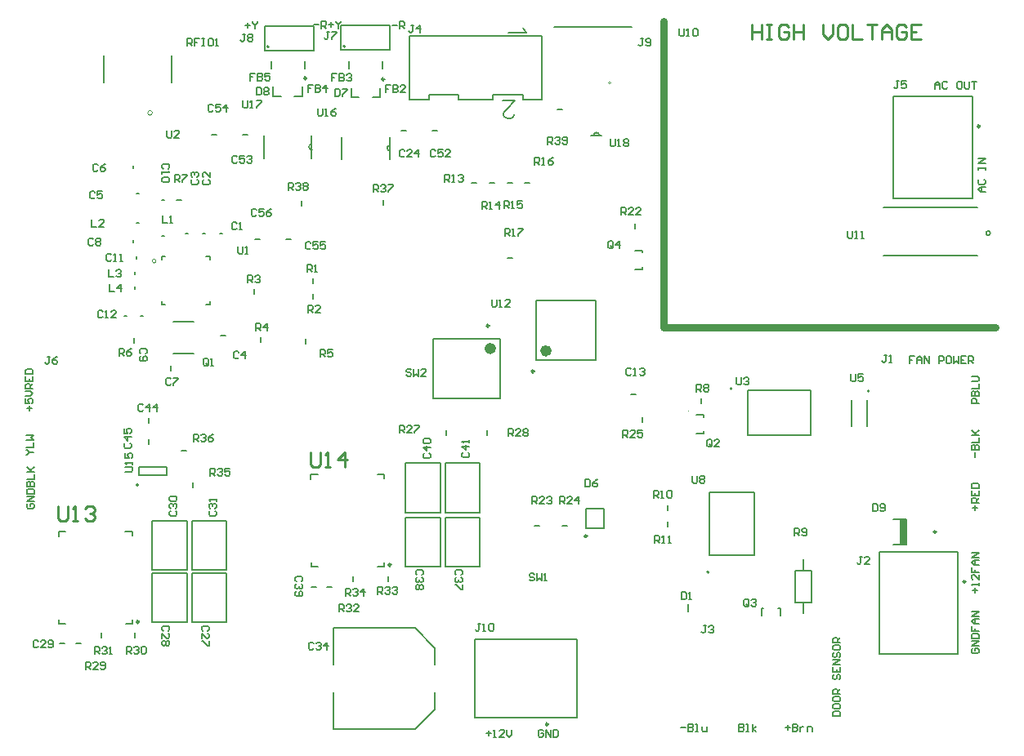
<source format=gto>
G04*
G04 #@! TF.GenerationSoftware,Altium Limited,Altium Designer,18.1.4 (159)*
G04*
G04 Layer_Color=65535*
%FSLAX24Y24*%
%MOIN*%
G70*
G01*
G75*
%ADD10C,0.0098*%
%ADD11C,0.0236*%
%ADD12C,0.0000*%
%ADD13C,0.0060*%
%ADD14C,0.0039*%
%ADD15C,0.0079*%
%ADD16C,0.0050*%
%ADD17C,0.0080*%
%ADD18C,0.0300*%
%ADD19C,0.0100*%
%ADD20C,0.0078*%
%ADD21R,0.0306X0.1024*%
D10*
X31170Y25512D02*
G03*
X31170Y25512I-49J0D01*
G01*
X48769Y16924D02*
G03*
X48769Y16924I-49J0D01*
G01*
X21883Y37476D02*
G03*
X21883Y37476I-49J0D01*
G01*
X29332Y27368D02*
G03*
X29332Y27368I-49J0D01*
G01*
X33325Y18782D02*
G03*
X33325Y18782I-49J0D01*
G01*
X25332Y17613D02*
G03*
X25332Y17613I-49J0D01*
G01*
X47567Y18960D02*
G03*
X47567Y18960I-49J0D01*
G01*
X25063Y37436D02*
G03*
X25063Y37436I-49J0D01*
G01*
X31743Y11101D02*
G03*
X31743Y11101I-49J0D01*
G01*
X49349Y35514D02*
G03*
X49349Y35514I-49J0D01*
G01*
X15051Y15278D02*
G03*
X15051Y15278I-49J0D01*
G01*
D11*
X31770Y26349D02*
G03*
X31770Y26349I-118J0D01*
G01*
X29501Y26442D02*
G03*
X29501Y26442I-118J0D01*
G01*
D12*
X15751Y30015D02*
G03*
X15751Y30015I-79J0D01*
G01*
X15598Y36060D02*
G03*
X15598Y36060I-92J0D01*
G01*
X34304Y37277D02*
G03*
X34304Y37277I-50J0D01*
G01*
D13*
X33830Y35139D02*
G03*
X33590Y35139I-120J0D01*
G01*
X22102Y34796D02*
G03*
X22110Y34556I4J-120D01*
G01*
X25292Y34746D02*
G03*
X25300Y34506I4J-120D01*
G01*
X33830Y35139D02*
X33920D01*
X33590D02*
X33830D01*
X33500D02*
X33590D01*
X22101Y34796D02*
Y35136D01*
Y34216D02*
Y34796D01*
X20141Y34216D02*
Y35136D01*
X25291Y34746D02*
Y35086D01*
Y34166D02*
Y34746D01*
X23331Y34166D02*
Y35086D01*
D14*
X37486Y23901D02*
G03*
X37486Y23901I-20J0D01*
G01*
X34976Y30611D02*
G03*
X34976Y30611I-20J0D01*
G01*
X40299Y15206D02*
G03*
X40299Y15206I-20J0D01*
G01*
D15*
X38295Y17312D02*
G03*
X38295Y17312I-39J0D01*
G01*
X49780Y31151D02*
G03*
X49780Y31151I-88J0D01*
G01*
X44834Y24706D02*
G03*
X44834Y24706I-39J0D01*
G01*
X39251Y24804D02*
G03*
X39251Y24804I-39J0D01*
G01*
X31258Y25955D02*
X33699D01*
X31258Y28396D02*
X33699D01*
X31258Y25955D02*
Y28396D01*
X33699Y25955D02*
Y28396D01*
X45236Y13972D02*
Y18145D01*
Y13972D02*
X48464D01*
X45236Y18145D02*
X48464D01*
Y13972D02*
Y18145D01*
X21715Y36728D02*
Y37122D01*
X21401Y36728D02*
X21715D01*
X20534D02*
Y37122D01*
Y36728D02*
X20849D01*
X27060Y26836D02*
X29777D01*
X27060Y24395D02*
X29777D01*
Y26836D01*
X27060Y24395D02*
Y26836D01*
X34004Y19116D02*
Y19904D01*
X33296Y19116D02*
Y19904D01*
X34004D01*
X33296Y19116D02*
X34004D01*
X25062Y17530D02*
Y17707D01*
X24786Y17530D02*
X25062D01*
X22070Y17534D02*
X22345D01*
X22070D02*
Y17711D01*
X22066Y21121D02*
Y21298D01*
X22342D01*
X25051Y21122D02*
Y21299D01*
X24775D02*
X25051D01*
X45831Y18448D02*
X46356D01*
Y19472D01*
X45831D02*
X46356D01*
X38086Y22956D02*
Y23055D01*
X37801Y22956D02*
X38086D01*
Y23645D02*
Y23744D01*
X37801D02*
X38086D01*
X27127Y11700D02*
Y12389D01*
X26320Y10893D02*
X27127Y11700D01*
X26320Y15027D02*
X27127Y14220D01*
Y13531D02*
Y14220D01*
X22993Y10893D02*
X26320D01*
X22993D02*
Y12389D01*
Y13531D02*
Y15027D01*
X26320D01*
X15049Y21257D02*
X16191D01*
Y21592D01*
X15049D02*
X16191D01*
X15049Y21257D02*
Y21592D01*
X45415Y30240D02*
X49245D01*
X45415Y32220D02*
X49245D01*
X44765Y23268D02*
Y24332D01*
X44135Y23268D02*
Y24332D01*
X24895Y36688D02*
Y37082D01*
X24581Y36688D02*
X24895D01*
X23714D02*
Y37082D01*
Y36688D02*
X24029D01*
X35576Y29666D02*
Y29765D01*
X35291Y29666D02*
X35576D01*
Y30355D02*
Y30454D01*
X35291D02*
X35576D01*
X41125Y15826D02*
X41224D01*
Y15541D02*
Y15826D01*
X40436D02*
X40535D01*
X40436Y15541D02*
Y15826D01*
X32915Y11357D02*
Y14586D01*
X28742Y11357D02*
X32915D01*
X28742D02*
Y14586D01*
X32915D01*
X45816Y36735D02*
X49044D01*
Y32562D02*
Y36735D01*
X45816Y32562D02*
X49044D01*
X45816D02*
Y36735D01*
X14782Y15196D02*
Y15373D01*
X14506Y15196D02*
X14782D01*
X11789Y15200D02*
X12065D01*
X11789D02*
Y15377D01*
X11785Y18786D02*
Y18963D01*
X12061D01*
X14770Y18788D02*
Y18965D01*
X14495D02*
X14770D01*
D16*
X15034Y20858D02*
G03*
X15034Y20858I-50J0D01*
G01*
X20344Y38762D02*
G03*
X20344Y38762I-39J0D01*
G01*
X23464Y38772D02*
G03*
X23464Y38772I-39J0D01*
G01*
X15969Y30066D02*
Y30204D01*
Y28235D02*
Y28373D01*
X17938Y30066D02*
Y30204D01*
Y28235D02*
Y28373D01*
X15969Y30204D02*
X16107D01*
X15969Y28235D02*
X16107D01*
X17800Y30204D02*
X17938D01*
X17800Y28235D02*
X17938D01*
X16388Y37309D02*
Y38411D01*
X13632Y37309D02*
Y38411D01*
X38334Y18000D02*
X40146D01*
Y20560D01*
X38334D02*
X40146D01*
X38334Y18000D02*
Y20560D01*
X42495Y16077D02*
Y17376D01*
X42160Y16077D02*
X42495D01*
X41825D02*
X42160D01*
X41825D02*
Y17376D01*
X42160D01*
X42495D01*
X42160D02*
Y17829D01*
Y15624D02*
Y16077D01*
X20171Y38616D02*
Y39616D01*
X22171D01*
Y38616D02*
Y39616D01*
X20171Y38616D02*
X22171D01*
X31500Y36600D02*
Y39200D01*
X26100D02*
X31500D01*
X26100Y36600D02*
Y39200D01*
Y36600D02*
X26870D01*
Y36800D01*
X28100D01*
Y36600D02*
Y36800D01*
Y36600D02*
X29500D01*
Y36800D01*
X30730D01*
Y36600D02*
Y36800D01*
Y36600D02*
X31500D01*
X32002Y39561D02*
X35167D01*
X20446Y37876D02*
Y38176D01*
X19783Y30890D02*
X19983D01*
X14901Y28874D02*
Y28974D01*
X18363Y31150D02*
X18463D01*
X17663D02*
X17763D01*
X16963D02*
X17063D01*
X18390Y26960D02*
X18590D01*
X14965Y32760D02*
X15065D01*
X14828Y33820D02*
Y33920D01*
X16350Y25530D02*
Y25730D01*
X14830Y30765D02*
Y30865D01*
X15128Y27785D02*
X15228D01*
X15983Y32515D02*
X16083D01*
X14940Y30110D02*
Y30210D01*
X14463Y27780D02*
X14563D01*
X35130Y24570D02*
X35330D01*
X18625Y15277D02*
Y17285D01*
X17208Y15277D02*
X18625D01*
X17208D02*
Y17285D01*
X18625D01*
X17009Y15277D02*
Y17285D01*
X15591Y15277D02*
X17009D01*
X15591D02*
Y17285D01*
X17009D01*
X11830Y14390D02*
X12030D01*
X15591Y17407D02*
Y19414D01*
X17009D01*
Y17407D02*
Y19414D01*
X15591Y17407D02*
X17009D01*
X17208D02*
Y19414D01*
X18625D01*
Y17407D02*
Y19414D01*
X17208Y17407D02*
X18625D01*
X28965Y17536D02*
Y19543D01*
X27548Y17536D02*
X28965D01*
X27548D02*
Y19543D01*
X28965D01*
X27349Y17536D02*
Y19543D01*
X25931Y17536D02*
X27349D01*
X25931D02*
Y19543D01*
X27349D01*
X22101Y16690D02*
X22301D01*
X25931Y19754D02*
Y21762D01*
X27349D01*
Y19754D02*
Y21762D01*
X25931Y19754D02*
X27349D01*
X27541D02*
Y21762D01*
X28959D01*
Y19754D02*
Y21762D01*
X27541Y19754D02*
X28959D01*
X15449Y23415D02*
Y23615D01*
X15445Y22550D02*
Y22750D01*
X37450Y15690D02*
Y15990D01*
X24981Y37876D02*
Y38176D01*
X23621Y37876D02*
Y38176D01*
X21806Y37876D02*
Y38176D01*
X23291Y38626D02*
Y39626D01*
X25291D01*
Y38626D02*
Y39626D01*
X23291Y38626D02*
X25291D01*
X15970Y31030D02*
X16070D01*
X14965Y31560D02*
X15065D01*
X14901Y29465D02*
Y29565D01*
X22141Y29111D02*
Y29311D01*
Y28471D02*
Y28671D01*
X19751Y28681D02*
Y28881D01*
X20031Y26691D02*
Y26891D01*
X21866Y26654D02*
Y26854D01*
X14844Y26685D02*
Y26885D01*
X16583Y32515D02*
X16783D01*
X38000Y24220D02*
Y24420D01*
X36620Y19840D02*
Y20040D01*
Y19170D02*
Y19370D01*
X28616Y33200D02*
X28816D01*
X29344D02*
X29544D01*
X30072D02*
X30272D01*
X30800D02*
X31000D01*
X30074Y30135D02*
X30274D01*
X35300Y31350D02*
Y31550D01*
X31190Y19190D02*
X31390D01*
X32330D02*
X32530D01*
X35577Y23430D02*
Y23630D01*
X27579Y22896D02*
Y23096D01*
X29254Y22896D02*
Y23096D01*
X12470Y14390D02*
X12670D01*
X14898Y14629D02*
Y14829D01*
X13535Y14629D02*
Y14829D01*
X22730Y16700D02*
X22930D01*
X25210Y16947D02*
Y17148D01*
X23780Y16947D02*
Y17148D01*
X17240Y20780D02*
Y20980D01*
X16780Y22260D02*
X16980D01*
X25020Y32290D02*
Y32490D01*
X21701Y32257D02*
Y32457D01*
X32121Y36210D02*
X32321D01*
X39900Y22914D02*
Y24726D01*
Y22914D02*
X42460D01*
Y24726D01*
X39900D02*
X42460D01*
X25740Y35350D02*
X25940D01*
X27020D02*
X27220D01*
X19300Y35160D02*
X19500D01*
X18020D02*
X18220D01*
X21063Y30890D02*
X21263D01*
D17*
X16457Y26250D02*
X17283D01*
X16457Y27550D02*
X17283D01*
X29440Y28440D02*
Y28190D01*
X29490Y28140D01*
X29590D01*
X29640Y28190D01*
Y28440D01*
X29740Y28140D02*
X29840D01*
X29790D01*
Y28440D01*
X29740Y28390D01*
X30190Y28140D02*
X29990D01*
X30190Y28340D01*
Y28390D01*
X30140Y28440D01*
X30040D01*
X29990Y28390D01*
X44540Y17940D02*
X44440D01*
X44490D01*
Y17690D01*
X44440Y17640D01*
X44390D01*
X44340Y17690D01*
X44840Y17640D02*
X44640D01*
X44840Y17840D01*
Y17890D01*
X44790Y17940D01*
X44690D01*
X44640Y17890D01*
X19090Y30620D02*
Y30370D01*
X19140Y30320D01*
X19240D01*
X19290Y30370D01*
Y30620D01*
X19390Y30320D02*
X19490D01*
X19440D01*
Y30620D01*
X19390Y30570D01*
X34270Y35000D02*
Y34750D01*
X34320Y34700D01*
X34420D01*
X34470Y34750D01*
Y35000D01*
X34570Y34700D02*
X34670D01*
X34620D01*
Y35000D01*
X34570Y34950D01*
X34820D02*
X34870Y35000D01*
X34970D01*
X35020Y34950D01*
Y34900D01*
X34970Y34850D01*
X35020Y34800D01*
Y34750D01*
X34970Y34700D01*
X34870D01*
X34820Y34750D01*
Y34800D01*
X34870Y34850D01*
X34820Y34900D01*
Y34950D01*
X34870Y34850D02*
X34970D01*
X19850Y37100D02*
Y36800D01*
X20000D01*
X20050Y36850D01*
Y37050D01*
X20000Y37100D01*
X19850D01*
X20150Y37050D02*
X20200Y37100D01*
X20300D01*
X20350Y37050D01*
Y37000D01*
X20300Y36950D01*
X20350Y36900D01*
Y36850D01*
X20300Y36800D01*
X20200D01*
X20150Y36850D01*
Y36900D01*
X20200Y36950D01*
X20150Y37000D01*
Y37050D01*
X20200Y36950D02*
X20300D01*
X26160Y25560D02*
X26110Y25610D01*
X26010D01*
X25960Y25560D01*
Y25510D01*
X26010Y25460D01*
X26110D01*
X26160Y25410D01*
Y25360D01*
X26110Y25310D01*
X26010D01*
X25960Y25360D01*
X26260Y25610D02*
Y25310D01*
X26360Y25410D01*
X26460Y25310D01*
Y25610D01*
X26760Y25310D02*
X26560D01*
X26760Y25510D01*
Y25560D01*
X26710Y25610D01*
X26610D01*
X26560Y25560D01*
X33260Y21100D02*
Y20800D01*
X33410D01*
X33460Y20850D01*
Y21050D01*
X33410Y21100D01*
X33260D01*
X33760D02*
X33660Y21050D01*
X33560Y20950D01*
Y20850D01*
X33610Y20800D01*
X33710D01*
X33760Y20850D01*
Y20900D01*
X33710Y20950D01*
X33560D01*
X17030Y38790D02*
Y39090D01*
X17180D01*
X17230Y39040D01*
Y38940D01*
X17180Y38890D01*
X17030D01*
X17130D02*
X17230Y38790D01*
X17530Y39090D02*
X17330D01*
Y38940D01*
X17430D01*
X17330D01*
Y38790D01*
X17630Y39090D02*
X17730D01*
X17680D01*
Y38790D01*
X17630D01*
X17730D01*
X18030Y39090D02*
X17930D01*
X17880Y39040D01*
Y38840D01*
X17930Y38790D01*
X18030D01*
X18080Y38840D01*
Y39040D01*
X18030Y39090D01*
X18180Y38790D02*
X18280D01*
X18230D01*
Y39090D01*
X18180Y39040D01*
X44970Y20100D02*
Y19800D01*
X45120D01*
X45170Y19850D01*
Y20050D01*
X45120Y20100D01*
X44970D01*
X45270Y19850D02*
X45320Y19800D01*
X45420D01*
X45470Y19850D01*
Y20050D01*
X45420Y20100D01*
X45320D01*
X45270Y20050D01*
Y20000D01*
X45320Y19950D01*
X45470D01*
X38430Y22480D02*
Y22680D01*
X38380Y22730D01*
X38280D01*
X38230Y22680D01*
Y22480D01*
X38280Y22430D01*
X38380D01*
X38330Y22530D02*
X38430Y22430D01*
X38380D02*
X38430Y22480D01*
X38730Y22430D02*
X38530D01*
X38730Y22630D01*
Y22680D01*
X38680Y22730D01*
X38580D01*
X38530Y22680D01*
X19290Y36560D02*
Y36310D01*
X19340Y36260D01*
X19440D01*
X19490Y36310D01*
Y36560D01*
X19590Y36260D02*
X19690D01*
X19640D01*
Y36560D01*
X19590Y36510D01*
X19840Y36560D02*
X20040D01*
Y36510D01*
X19840Y36310D01*
Y36260D01*
X37100Y39500D02*
Y39250D01*
X37150Y39200D01*
X37250D01*
X37300Y39250D01*
Y39500D01*
X37400Y39200D02*
X37500D01*
X37450D01*
Y39500D01*
X37400Y39450D01*
X37650D02*
X37700Y39500D01*
X37800D01*
X37850Y39450D01*
Y39250D01*
X37800Y39200D01*
X37700D01*
X37650Y39250D01*
Y39450D01*
X37620Y21240D02*
Y20990D01*
X37670Y20940D01*
X37770D01*
X37820Y20990D01*
Y21240D01*
X37920Y21190D02*
X37970Y21240D01*
X38070D01*
X38120Y21190D01*
Y21140D01*
X38070Y21090D01*
X38120Y21040D01*
Y20990D01*
X38070Y20940D01*
X37970D01*
X37920Y20990D01*
Y21040D01*
X37970Y21090D01*
X37920Y21140D01*
Y21190D01*
X37970Y21090D02*
X38070D01*
X22170Y14400D02*
X22120Y14450D01*
X22020D01*
X21970Y14400D01*
Y14200D01*
X22020Y14150D01*
X22120D01*
X22170Y14200D01*
X22270Y14400D02*
X22320Y14450D01*
X22420D01*
X22470Y14400D01*
Y14350D01*
X22420Y14300D01*
X22370D01*
X22420D01*
X22470Y14250D01*
Y14200D01*
X22420Y14150D01*
X22320D01*
X22270Y14200D01*
X22720Y14150D02*
Y14450D01*
X22570Y14300D01*
X22770D01*
X31170Y17210D02*
X31120Y17260D01*
X31020D01*
X30970Y17210D01*
Y17160D01*
X31020Y17110D01*
X31120D01*
X31170Y17060D01*
Y17010D01*
X31120Y16960D01*
X31020D01*
X30970Y17010D01*
X31270Y17260D02*
Y16960D01*
X31370Y17060D01*
X31470Y16960D01*
Y17260D01*
X31570Y16960D02*
X31670D01*
X31620D01*
Y17260D01*
X31570Y17210D01*
X16200Y35340D02*
Y35090D01*
X16250Y35040D01*
X16350D01*
X16400Y35090D01*
Y35340D01*
X16700Y35040D02*
X16500D01*
X16700Y35240D01*
Y35290D01*
X16650Y35340D01*
X16550D01*
X16500Y35290D01*
X14490Y21420D02*
X14740D01*
X14790Y21470D01*
Y21570D01*
X14740Y21620D01*
X14490D01*
X14790Y21720D02*
Y21820D01*
Y21770D01*
X14490D01*
X14540Y21720D01*
X14490Y22170D02*
Y21970D01*
X14640D01*
X14590Y22070D01*
Y22120D01*
X14640Y22170D01*
X14740D01*
X14790Y22120D01*
Y22020D01*
X14740Y21970D01*
X41800Y18790D02*
Y19090D01*
X41950D01*
X42000Y19040D01*
Y18940D01*
X41950Y18890D01*
X41800D01*
X41900D02*
X42000Y18790D01*
X42100Y18840D02*
X42150Y18790D01*
X42250D01*
X42300Y18840D01*
Y19040D01*
X42250Y19090D01*
X42150D01*
X42100Y19040D01*
Y18990D01*
X42150Y18940D01*
X42300D01*
X17880Y25790D02*
Y25990D01*
X17830Y26040D01*
X17730D01*
X17680Y25990D01*
Y25790D01*
X17730Y25740D01*
X17830D01*
X17780Y25840D02*
X17880Y25740D01*
X17830D02*
X17880Y25790D01*
X17980Y25740D02*
X18080D01*
X18030D01*
Y26040D01*
X17980Y25990D01*
X11430Y26110D02*
X11330D01*
X11380D01*
Y25860D01*
X11330Y25810D01*
X11280D01*
X11230Y25860D01*
X11730Y26110D02*
X11630Y26060D01*
X11530Y25960D01*
Y25860D01*
X11580Y25810D01*
X11680D01*
X11730Y25860D01*
Y25910D01*
X11680Y25960D01*
X11530D01*
X43960Y31250D02*
Y31000D01*
X44010Y30950D01*
X44110D01*
X44160Y31000D01*
Y31250D01*
X44260Y30950D02*
X44360D01*
X44310D01*
Y31250D01*
X44260Y31200D01*
X44510Y30950D02*
X44610D01*
X44560D01*
Y31250D01*
X44510Y31200D01*
X19390Y39280D02*
X19290D01*
X19340D01*
Y39030D01*
X19290Y38980D01*
X19240D01*
X19190Y39030D01*
X19490Y39230D02*
X19540Y39280D01*
X19640D01*
X19690Y39230D01*
Y39180D01*
X19640Y39130D01*
X19690Y39080D01*
Y39030D01*
X19640Y38980D01*
X19540D01*
X19490Y39030D01*
Y39080D01*
X19540Y39130D01*
X19490Y39180D01*
Y39230D01*
X19540Y39130D02*
X19640D01*
X44090Y25390D02*
Y25140D01*
X44140Y25090D01*
X44240D01*
X44290Y25140D01*
Y25390D01*
X44590D02*
X44390D01*
Y25240D01*
X44490Y25290D01*
X44540D01*
X44590Y25240D01*
Y25140D01*
X44540Y25090D01*
X44440D01*
X44390Y25140D01*
X26260Y39650D02*
X26160D01*
X26210D01*
Y39400D01*
X26160Y39350D01*
X26110D01*
X26060Y39400D01*
X26510Y39350D02*
Y39650D01*
X26360Y39500D01*
X26560D01*
X35620Y39100D02*
X35520D01*
X35570D01*
Y38850D01*
X35520Y38800D01*
X35470D01*
X35420Y38850D01*
X35720D02*
X35770Y38800D01*
X35870D01*
X35920Y38850D01*
Y39050D01*
X35870Y39100D01*
X35770D01*
X35720Y39050D01*
Y39000D01*
X35770Y38950D01*
X35920D01*
X19790Y37680D02*
X19590D01*
Y37530D01*
X19690D01*
X19590D01*
Y37380D01*
X19890Y37680D02*
Y37380D01*
X20040D01*
X20090Y37430D01*
Y37480D01*
X20040Y37530D01*
X19890D01*
X20040D01*
X20090Y37580D01*
Y37630D01*
X20040Y37680D01*
X19890D01*
X20390D02*
X20190D01*
Y37530D01*
X20290Y37580D01*
X20340D01*
X20390Y37530D01*
Y37430D01*
X20340Y37380D01*
X20240D01*
X20190Y37430D01*
X19843Y32090D02*
X19793Y32140D01*
X19693D01*
X19643Y32090D01*
Y31890D01*
X19693Y31840D01*
X19793D01*
X19843Y31890D01*
X20143Y32140D02*
X19943D01*
Y31990D01*
X20043Y32040D01*
X20093D01*
X20143Y31990D01*
Y31890D01*
X20093Y31840D01*
X19993D01*
X19943Y31890D01*
X20443Y32140D02*
X20343Y32090D01*
X20243Y31990D01*
Y31890D01*
X20293Y31840D01*
X20393D01*
X20443Y31890D01*
Y31940D01*
X20393Y31990D01*
X20243D01*
X13860Y29070D02*
Y28770D01*
X14060D01*
X14310D02*
Y29070D01*
X14160Y28920D01*
X14360D01*
X19040Y31540D02*
X18990Y31590D01*
X18890D01*
X18840Y31540D01*
Y31340D01*
X18890Y31290D01*
X18990D01*
X19040Y31340D01*
X19140Y31290D02*
X19240D01*
X19190D01*
Y31590D01*
X19140Y31540D01*
X17700Y33330D02*
X17650Y33280D01*
Y33180D01*
X17700Y33130D01*
X17900D01*
X17950Y33180D01*
Y33280D01*
X17900Y33330D01*
X17950Y33630D02*
Y33430D01*
X17750Y33630D01*
X17700D01*
X17650Y33580D01*
Y33480D01*
X17700Y33430D01*
X17230Y33340D02*
X17180Y33290D01*
Y33190D01*
X17230Y33140D01*
X17430D01*
X17480Y33190D01*
Y33290D01*
X17430Y33340D01*
X17230Y33440D02*
X17180Y33490D01*
Y33590D01*
X17230Y33640D01*
X17280D01*
X17330Y33590D01*
Y33540D01*
Y33590D01*
X17380Y33640D01*
X17430D01*
X17480Y33590D01*
Y33490D01*
X17430Y33440D01*
X19120Y26280D02*
X19070Y26330D01*
X18970D01*
X18920Y26280D01*
Y26080D01*
X18970Y26030D01*
X19070D01*
X19120Y26080D01*
X19370Y26030D02*
Y26330D01*
X19220Y26180D01*
X19420D01*
X13260Y32810D02*
X13210Y32860D01*
X13110D01*
X13060Y32810D01*
Y32610D01*
X13110Y32560D01*
X13210D01*
X13260Y32610D01*
X13560Y32860D02*
X13360D01*
Y32710D01*
X13460Y32760D01*
X13510D01*
X13560Y32710D01*
Y32610D01*
X13510Y32560D01*
X13410D01*
X13360Y32610D01*
X13373Y33930D02*
X13323Y33980D01*
X13223D01*
X13173Y33930D01*
Y33730D01*
X13223Y33680D01*
X13323D01*
X13373Y33730D01*
X13673Y33980D02*
X13573Y33930D01*
X13473Y33830D01*
Y33730D01*
X13523Y33680D01*
X13623D01*
X13673Y33730D01*
Y33780D01*
X13623Y33830D01*
X13473D01*
X16360Y25190D02*
X16310Y25240D01*
X16210D01*
X16160Y25190D01*
Y24990D01*
X16210Y24940D01*
X16310D01*
X16360Y24990D01*
X16460Y25240D02*
X16660D01*
Y25190D01*
X16460Y24990D01*
Y24940D01*
X13200Y30900D02*
X13150Y30950D01*
X13050D01*
X13000Y30900D01*
Y30700D01*
X13050Y30650D01*
X13150D01*
X13200Y30700D01*
X13300Y30900D02*
X13350Y30950D01*
X13450D01*
X13500Y30900D01*
Y30850D01*
X13450Y30800D01*
X13500Y30750D01*
Y30700D01*
X13450Y30650D01*
X13350D01*
X13300Y30700D01*
Y30750D01*
X13350Y30800D01*
X13300Y30850D01*
Y30900D01*
X13350Y30800D02*
X13450D01*
X15330Y26230D02*
X15380Y26280D01*
Y26380D01*
X15330Y26430D01*
X15130D01*
X15080Y26380D01*
Y26280D01*
X15130Y26230D01*
Y26130D02*
X15080Y26080D01*
Y25980D01*
X15130Y25930D01*
X15330D01*
X15380Y25980D01*
Y26080D01*
X15330Y26130D01*
X15280D01*
X15230Y26080D01*
Y25930D01*
X16250Y33780D02*
X16300Y33830D01*
Y33930D01*
X16250Y33980D01*
X16050D01*
X16000Y33930D01*
Y33830D01*
X16050Y33780D01*
X16000Y33680D02*
Y33580D01*
Y33630D01*
X16300D01*
X16250Y33680D01*
Y33430D02*
X16300Y33380D01*
Y33280D01*
X16250Y33230D01*
X16050D01*
X16000Y33280D01*
Y33380D01*
X16050Y33430D01*
X16250D01*
X13930Y30260D02*
X13880Y30310D01*
X13780D01*
X13730Y30260D01*
Y30060D01*
X13780Y30010D01*
X13880D01*
X13930Y30060D01*
X14030Y30010D02*
X14130D01*
X14080D01*
Y30310D01*
X14030Y30260D01*
X14280Y30010D02*
X14380D01*
X14330D01*
Y30310D01*
X14280Y30260D01*
X13570Y27940D02*
X13520Y27990D01*
X13420D01*
X13370Y27940D01*
Y27740D01*
X13420Y27690D01*
X13520D01*
X13570Y27740D01*
X13670Y27690D02*
X13770D01*
X13720D01*
Y27990D01*
X13670Y27940D01*
X14120Y27690D02*
X13920D01*
X14120Y27890D01*
Y27940D01*
X14070Y27990D01*
X13970D01*
X13920Y27940D01*
X35120Y25600D02*
X35070Y25650D01*
X34970D01*
X34920Y25600D01*
Y25400D01*
X34970Y25350D01*
X35070D01*
X35120Y25400D01*
X35220Y25350D02*
X35320D01*
X35270D01*
Y25650D01*
X35220Y25600D01*
X35470D02*
X35520Y25650D01*
X35620D01*
X35670Y25600D01*
Y25550D01*
X35620Y25500D01*
X35570D01*
X35620D01*
X35670Y25450D01*
Y25400D01*
X35620Y25350D01*
X35520D01*
X35470Y25400D01*
X17867Y14911D02*
X17917Y14961D01*
Y15061D01*
X17867Y15111D01*
X17667D01*
X17617Y15061D01*
Y14961D01*
X17667Y14911D01*
X17617Y14611D02*
Y14811D01*
X17817Y14611D01*
X17867D01*
X17917Y14661D01*
Y14761D01*
X17867Y14811D01*
X17917Y14511D02*
Y14311D01*
X17867D01*
X17667Y14511D01*
X17617D01*
X16250Y14911D02*
X16300Y14961D01*
Y15061D01*
X16250Y15111D01*
X16050D01*
X16000Y15061D01*
Y14961D01*
X16050Y14911D01*
X16000Y14611D02*
Y14811D01*
X16200Y14611D01*
X16250D01*
X16300Y14661D01*
Y14761D01*
X16250Y14811D01*
Y14511D02*
X16300Y14461D01*
Y14361D01*
X16250Y14311D01*
X16200D01*
X16150Y14361D01*
X16100Y14311D01*
X16050D01*
X16000Y14361D01*
Y14461D01*
X16050Y14511D01*
X16100D01*
X16150Y14461D01*
X16200Y14511D01*
X16250D01*
X16150Y14461D02*
Y14361D01*
X10940Y14480D02*
X10890Y14530D01*
X10790D01*
X10740Y14480D01*
Y14280D01*
X10790Y14230D01*
X10890D01*
X10940Y14280D01*
X11240Y14230D02*
X11040D01*
X11240Y14430D01*
Y14480D01*
X11190Y14530D01*
X11090D01*
X11040Y14480D01*
X11340Y14280D02*
X11390Y14230D01*
X11490D01*
X11540Y14280D01*
Y14480D01*
X11490Y14530D01*
X11390D01*
X11340Y14480D01*
Y14430D01*
X11390Y14380D01*
X11540D01*
X16350Y19810D02*
X16300Y19761D01*
Y19661D01*
X16350Y19611D01*
X16550D01*
X16600Y19661D01*
Y19761D01*
X16550Y19810D01*
X16350Y19910D02*
X16300Y19960D01*
Y20060D01*
X16350Y20110D01*
X16400D01*
X16450Y20060D01*
Y20010D01*
Y20060D01*
X16500Y20110D01*
X16550D01*
X16600Y20060D01*
Y19960D01*
X16550Y19910D01*
X16350Y20210D02*
X16300Y20260D01*
Y20360D01*
X16350Y20410D01*
X16550D01*
X16600Y20360D01*
Y20260D01*
X16550Y20210D01*
X16350D01*
X17967Y19810D02*
X17917Y19761D01*
Y19661D01*
X17967Y19611D01*
X18167D01*
X18217Y19661D01*
Y19761D01*
X18167Y19810D01*
X17967Y19910D02*
X17917Y19960D01*
Y20060D01*
X17967Y20110D01*
X18017D01*
X18067Y20060D01*
Y20010D01*
Y20060D01*
X18117Y20110D01*
X18167D01*
X18217Y20060D01*
Y19960D01*
X18167Y19910D01*
X18217Y20210D02*
Y20310D01*
Y20260D01*
X17917D01*
X17967Y20210D01*
X28190Y17190D02*
X28240Y17240D01*
Y17339D01*
X28190Y17389D01*
X27990D01*
X27940Y17339D01*
Y17240D01*
X27990Y17190D01*
X28190Y17090D02*
X28240Y17040D01*
Y16940D01*
X28190Y16890D01*
X28140D01*
X28090Y16940D01*
Y16990D01*
Y16940D01*
X28040Y16890D01*
X27990D01*
X27940Y16940D01*
Y17040D01*
X27990Y17090D01*
X28240Y16790D02*
Y16590D01*
X28190D01*
X27990Y16790D01*
X27940D01*
X26590Y17190D02*
X26640Y17240D01*
Y17339D01*
X26590Y17389D01*
X26390D01*
X26340Y17339D01*
Y17240D01*
X26390Y17190D01*
X26590Y17090D02*
X26640Y17040D01*
Y16940D01*
X26590Y16890D01*
X26540D01*
X26490Y16940D01*
Y16990D01*
Y16940D01*
X26440Y16890D01*
X26390D01*
X26340Y16940D01*
Y17040D01*
X26390Y17090D01*
X26590Y16790D02*
X26640Y16740D01*
Y16640D01*
X26590Y16590D01*
X26540D01*
X26490Y16640D01*
X26440Y16590D01*
X26390D01*
X26340Y16640D01*
Y16740D01*
X26390Y16790D01*
X26440D01*
X26490Y16740D01*
X26540Y16790D01*
X26590D01*
X26490Y16740D02*
Y16640D01*
X21670Y16930D02*
X21720Y16980D01*
Y17080D01*
X21670Y17130D01*
X21470D01*
X21420Y17080D01*
Y16980D01*
X21470Y16930D01*
X21670Y16830D02*
X21720Y16780D01*
Y16680D01*
X21670Y16630D01*
X21620D01*
X21570Y16680D01*
Y16730D01*
Y16680D01*
X21520Y16630D01*
X21470D01*
X21420Y16680D01*
Y16780D01*
X21470Y16830D01*
Y16530D02*
X21420Y16480D01*
Y16380D01*
X21470Y16330D01*
X21670D01*
X21720Y16380D01*
Y16480D01*
X21670Y16530D01*
X21620D01*
X21570Y16480D01*
Y16330D01*
X26690Y22158D02*
X26640Y22108D01*
Y22008D01*
X26690Y21958D01*
X26890D01*
X26940Y22008D01*
Y22108D01*
X26890Y22158D01*
X26940Y22408D02*
X26640D01*
X26790Y22258D01*
Y22458D01*
X26690Y22558D02*
X26640Y22608D01*
Y22708D01*
X26690Y22758D01*
X26890D01*
X26940Y22708D01*
Y22608D01*
X26890Y22558D01*
X26690D01*
X28283Y22189D02*
X28233Y22139D01*
Y22039D01*
X28283Y21989D01*
X28483D01*
X28533Y22039D01*
Y22139D01*
X28483Y22189D01*
X28533Y22439D02*
X28233D01*
X28383Y22289D01*
Y22489D01*
X28533Y22589D02*
Y22689D01*
Y22639D01*
X28233D01*
X28283Y22589D01*
X15220Y24130D02*
X15170Y24180D01*
X15070D01*
X15020Y24130D01*
Y23930D01*
X15070Y23880D01*
X15170D01*
X15220Y23930D01*
X15470Y23880D02*
Y24180D01*
X15320Y24030D01*
X15520D01*
X15770Y23880D02*
Y24180D01*
X15620Y24030D01*
X15820D01*
X14490Y22580D02*
X14440Y22530D01*
Y22430D01*
X14490Y22380D01*
X14690D01*
X14740Y22430D01*
Y22530D01*
X14690Y22580D01*
X14740Y22830D02*
X14440D01*
X14590Y22680D01*
Y22880D01*
X14440Y23180D02*
Y22980D01*
X14590D01*
X14540Y23080D01*
Y23130D01*
X14590Y23180D01*
X14690D01*
X14740Y23130D01*
Y23030D01*
X14690Y22980D01*
X37170Y16500D02*
Y16200D01*
X37320D01*
X37370Y16250D01*
Y16450D01*
X37320Y16500D01*
X37170D01*
X37470Y16200D02*
X37570D01*
X37520D01*
Y16500D01*
X37470Y16450D01*
X23050Y37050D02*
Y36750D01*
X23200D01*
X23250Y36800D01*
Y37000D01*
X23200Y37050D01*
X23050D01*
X23350D02*
X23550D01*
Y37000D01*
X23350Y36800D01*
Y36750D01*
X25310Y37200D02*
X25110D01*
Y37050D01*
X25210D01*
X25110D01*
Y36900D01*
X25410Y37200D02*
Y36900D01*
X25560D01*
X25610Y36950D01*
Y37000D01*
X25560Y37050D01*
X25410D01*
X25560D01*
X25610Y37100D01*
Y37150D01*
X25560Y37200D01*
X25410D01*
X25910Y36900D02*
X25710D01*
X25910Y37100D01*
Y37150D01*
X25860Y37200D01*
X25760D01*
X25710Y37150D01*
X23130Y37660D02*
X22930D01*
Y37510D01*
X23030D01*
X22930D01*
Y37360D01*
X23230Y37660D02*
Y37360D01*
X23380D01*
X23430Y37410D01*
Y37460D01*
X23380Y37510D01*
X23230D01*
X23380D01*
X23430Y37560D01*
Y37610D01*
X23380Y37660D01*
X23230D01*
X23530Y37610D02*
X23580Y37660D01*
X23680D01*
X23730Y37610D01*
Y37560D01*
X23680Y37510D01*
X23630D01*
X23680D01*
X23730Y37460D01*
Y37410D01*
X23680Y37360D01*
X23580D01*
X23530Y37410D01*
X22140Y37220D02*
X21940D01*
Y37070D01*
X22040D01*
X21940D01*
Y36920D01*
X22240Y37220D02*
Y36920D01*
X22390D01*
X22440Y36970D01*
Y37020D01*
X22390Y37070D01*
X22240D01*
X22390D01*
X22440Y37120D01*
Y37170D01*
X22390Y37220D01*
X22240D01*
X22690Y36920D02*
Y37220D01*
X22540Y37070D01*
X22740D01*
X45560Y26180D02*
X45460D01*
X45510D01*
Y25930D01*
X45460Y25880D01*
X45410D01*
X45360Y25930D01*
X45660Y25880D02*
X45760D01*
X45710D01*
Y26180D01*
X45660Y26130D01*
X38200Y15130D02*
X38100D01*
X38150D01*
Y14880D01*
X38100Y14830D01*
X38050D01*
X38000Y14880D01*
X38300Y15080D02*
X38350Y15130D01*
X38450D01*
X38500Y15080D01*
Y15030D01*
X38450Y14980D01*
X38400D01*
X38450D01*
X38500Y14930D01*
Y14880D01*
X38450Y14830D01*
X38350D01*
X38300Y14880D01*
X22810Y39380D02*
X22710D01*
X22760D01*
Y39130D01*
X22710Y39080D01*
X22660D01*
X22610Y39130D01*
X22910Y39380D02*
X23110D01*
Y39330D01*
X22910Y39130D01*
Y39080D01*
X16015Y31860D02*
Y31560D01*
X16215D01*
X16315D02*
X16415D01*
X16365D01*
Y31860D01*
X16315Y31810D01*
X13130Y31720D02*
Y31420D01*
X13330D01*
X13630D02*
X13430D01*
X13630Y31620D01*
Y31670D01*
X13580Y31720D01*
X13480D01*
X13430Y31670D01*
X13820Y29670D02*
Y29370D01*
X14020D01*
X14120Y29620D02*
X14170Y29670D01*
X14270D01*
X14320Y29620D01*
Y29570D01*
X14270Y29520D01*
X14220D01*
X14270D01*
X14320Y29470D01*
Y29420D01*
X14270Y29370D01*
X14170D01*
X14120Y29420D01*
X21910Y29560D02*
Y29860D01*
X22060D01*
X22110Y29810D01*
Y29710D01*
X22060Y29660D01*
X21910D01*
X22010D02*
X22110Y29560D01*
X22210D02*
X22310D01*
X22260D01*
Y29860D01*
X22210Y29810D01*
X21940Y27910D02*
Y28210D01*
X22090D01*
X22140Y28160D01*
Y28060D01*
X22090Y28010D01*
X21940D01*
X22040D02*
X22140Y27910D01*
X22440D02*
X22240D01*
X22440Y28110D01*
Y28160D01*
X22390Y28210D01*
X22290D01*
X22240Y28160D01*
X19500Y29130D02*
Y29430D01*
X19650D01*
X19700Y29380D01*
Y29280D01*
X19650Y29230D01*
X19500D01*
X19600D02*
X19700Y29130D01*
X19800Y29380D02*
X19850Y29430D01*
X19950D01*
X20000Y29380D01*
Y29330D01*
X19950Y29280D01*
X19900D01*
X19950D01*
X20000Y29230D01*
Y29180D01*
X19950Y29130D01*
X19850D01*
X19800Y29180D01*
X19830Y27160D02*
Y27460D01*
X19980D01*
X20030Y27410D01*
Y27310D01*
X19980Y27260D01*
X19830D01*
X19930D02*
X20030Y27160D01*
X20280D02*
Y27460D01*
X20130Y27310D01*
X20330D01*
X22450Y26100D02*
Y26400D01*
X22600D01*
X22650Y26350D01*
Y26250D01*
X22600Y26200D01*
X22450D01*
X22550D02*
X22650Y26100D01*
X22950Y26400D02*
X22750D01*
Y26250D01*
X22850Y26300D01*
X22900D01*
X22950Y26250D01*
Y26150D01*
X22900Y26100D01*
X22800D01*
X22750Y26150D01*
X14250Y26140D02*
Y26440D01*
X14400D01*
X14450Y26390D01*
Y26290D01*
X14400Y26240D01*
X14250D01*
X14350D02*
X14450Y26140D01*
X14750Y26440D02*
X14650Y26390D01*
X14550Y26290D01*
Y26190D01*
X14600Y26140D01*
X14700D01*
X14750Y26190D01*
Y26240D01*
X14700Y26290D01*
X14550D01*
X16510Y33240D02*
Y33540D01*
X16660D01*
X16710Y33490D01*
Y33390D01*
X16660Y33340D01*
X16510D01*
X16610D02*
X16710Y33240D01*
X16810Y33540D02*
X17010D01*
Y33490D01*
X16810Y33290D01*
Y33240D01*
X37790Y24680D02*
Y24980D01*
X37940D01*
X37990Y24930D01*
Y24830D01*
X37940Y24780D01*
X37790D01*
X37890D02*
X37990Y24680D01*
X38090Y24930D02*
X38140Y24980D01*
X38240D01*
X38290Y24930D01*
Y24880D01*
X38240Y24830D01*
X38290Y24780D01*
Y24730D01*
X38240Y24680D01*
X38140D01*
X38090Y24730D01*
Y24780D01*
X38140Y24830D01*
X38090Y24880D01*
Y24930D01*
X38140Y24830D02*
X38240D01*
X36050Y20340D02*
Y20640D01*
X36200D01*
X36250Y20590D01*
Y20490D01*
X36200Y20440D01*
X36050D01*
X36150D02*
X36250Y20340D01*
X36350D02*
X36450D01*
X36400D01*
Y20640D01*
X36350Y20590D01*
X36600D02*
X36650Y20640D01*
X36750D01*
X36800Y20590D01*
Y20390D01*
X36750Y20340D01*
X36650D01*
X36600Y20390D01*
Y20590D01*
X36100Y18500D02*
Y18800D01*
X36250D01*
X36300Y18750D01*
Y18650D01*
X36250Y18600D01*
X36100D01*
X36200D02*
X36300Y18500D01*
X36400D02*
X36500D01*
X36450D01*
Y18800D01*
X36400Y18750D01*
X36650Y18500D02*
X36750D01*
X36700D01*
Y18800D01*
X36650Y18750D01*
X27520Y33250D02*
Y33550D01*
X27670D01*
X27720Y33500D01*
Y33400D01*
X27670Y33350D01*
X27520D01*
X27620D02*
X27720Y33250D01*
X27820D02*
X27920D01*
X27870D01*
Y33550D01*
X27820Y33500D01*
X28070D02*
X28120Y33550D01*
X28220D01*
X28270Y33500D01*
Y33450D01*
X28220Y33400D01*
X28170D01*
X28220D01*
X28270Y33350D01*
Y33300D01*
X28220Y33250D01*
X28120D01*
X28070Y33300D01*
X29040Y32150D02*
Y32450D01*
X29190D01*
X29240Y32400D01*
Y32300D01*
X29190Y32250D01*
X29040D01*
X29140D02*
X29240Y32150D01*
X29340D02*
X29440D01*
X29390D01*
Y32450D01*
X29340Y32400D01*
X29740Y32150D02*
Y32450D01*
X29590Y32300D01*
X29790D01*
X29950Y32160D02*
Y32460D01*
X30100D01*
X30150Y32410D01*
Y32310D01*
X30100Y32260D01*
X29950D01*
X30050D02*
X30150Y32160D01*
X30250D02*
X30350D01*
X30300D01*
Y32460D01*
X30250Y32410D01*
X30700Y32460D02*
X30500D01*
Y32310D01*
X30600Y32360D01*
X30650D01*
X30700Y32310D01*
Y32210D01*
X30650Y32160D01*
X30550D01*
X30500Y32210D01*
X31190Y33940D02*
Y34240D01*
X31340D01*
X31390Y34190D01*
Y34090D01*
X31340Y34040D01*
X31190D01*
X31290D02*
X31390Y33940D01*
X31490D02*
X31590D01*
X31540D01*
Y34240D01*
X31490Y34190D01*
X31940Y34240D02*
X31840Y34190D01*
X31740Y34090D01*
Y33990D01*
X31790Y33940D01*
X31890D01*
X31940Y33990D01*
Y34040D01*
X31890Y34090D01*
X31740D01*
X29980Y31040D02*
Y31340D01*
X30130D01*
X30180Y31290D01*
Y31190D01*
X30130Y31140D01*
X29980D01*
X30080D02*
X30180Y31040D01*
X30280D02*
X30380D01*
X30330D01*
Y31340D01*
X30280Y31290D01*
X30530Y31340D02*
X30730D01*
Y31290D01*
X30530Y31090D01*
Y31040D01*
X34720Y31900D02*
Y32200D01*
X34870D01*
X34920Y32150D01*
Y32050D01*
X34870Y32000D01*
X34720D01*
X34820D02*
X34920Y31900D01*
X35220D02*
X35020D01*
X35220Y32100D01*
Y32150D01*
X35170Y32200D01*
X35070D01*
X35020Y32150D01*
X35520Y31900D02*
X35320D01*
X35520Y32100D01*
Y32150D01*
X35470Y32200D01*
X35370D01*
X35320Y32150D01*
X31090Y20100D02*
Y20400D01*
X31240D01*
X31290Y20350D01*
Y20250D01*
X31240Y20200D01*
X31090D01*
X31190D02*
X31290Y20100D01*
X31590D02*
X31390D01*
X31590Y20300D01*
Y20350D01*
X31540Y20400D01*
X31440D01*
X31390Y20350D01*
X31690D02*
X31740Y20400D01*
X31840D01*
X31890Y20350D01*
Y20300D01*
X31840Y20250D01*
X31790D01*
X31840D01*
X31890Y20200D01*
Y20150D01*
X31840Y20100D01*
X31740D01*
X31690Y20150D01*
X32230Y20100D02*
Y20400D01*
X32380D01*
X32430Y20350D01*
Y20250D01*
X32380Y20200D01*
X32230D01*
X32330D02*
X32430Y20100D01*
X32730D02*
X32530D01*
X32730Y20300D01*
Y20350D01*
X32680Y20400D01*
X32580D01*
X32530Y20350D01*
X32980Y20100D02*
Y20400D01*
X32830Y20250D01*
X33030D01*
X34790Y22820D02*
Y23120D01*
X34940D01*
X34990Y23070D01*
Y22970D01*
X34940Y22920D01*
X34790D01*
X34890D02*
X34990Y22820D01*
X35290D02*
X35090D01*
X35290Y23020D01*
Y23070D01*
X35240Y23120D01*
X35140D01*
X35090Y23070D01*
X35590Y23120D02*
X35390D01*
Y22970D01*
X35490Y23020D01*
X35540D01*
X35590Y22970D01*
Y22870D01*
X35540Y22820D01*
X35440D01*
X35390Y22870D01*
X25680Y22990D02*
Y23290D01*
X25830D01*
X25880Y23240D01*
Y23140D01*
X25830Y23090D01*
X25680D01*
X25780D02*
X25880Y22990D01*
X26180D02*
X25980D01*
X26180Y23190D01*
Y23240D01*
X26130Y23290D01*
X26030D01*
X25980Y23240D01*
X26280Y23290D02*
X26480D01*
Y23240D01*
X26280Y23040D01*
Y22990D01*
X30132Y22860D02*
Y23160D01*
X30282D01*
X30332Y23110D01*
Y23010D01*
X30282Y22960D01*
X30132D01*
X30232D02*
X30332Y22860D01*
X30632D02*
X30432D01*
X30632Y23060D01*
Y23110D01*
X30582Y23160D01*
X30482D01*
X30432Y23110D01*
X30732D02*
X30782Y23160D01*
X30882D01*
X30932Y23110D01*
Y23060D01*
X30882Y23010D01*
X30932Y22960D01*
Y22910D01*
X30882Y22860D01*
X30782D01*
X30732Y22910D01*
Y22960D01*
X30782Y23010D01*
X30732Y23060D01*
Y23110D01*
X30782Y23010D02*
X30882D01*
X12880Y13340D02*
Y13640D01*
X13030D01*
X13080Y13590D01*
Y13490D01*
X13030Y13440D01*
X12880D01*
X12980D02*
X13080Y13340D01*
X13380D02*
X13180D01*
X13380Y13540D01*
Y13590D01*
X13330Y13640D01*
X13230D01*
X13180Y13590D01*
X13480Y13390D02*
X13530Y13340D01*
X13630D01*
X13680Y13390D01*
Y13590D01*
X13630Y13640D01*
X13530D01*
X13480Y13590D01*
Y13540D01*
X13530Y13490D01*
X13680D01*
X14540Y13980D02*
Y14280D01*
X14690D01*
X14740Y14230D01*
Y14130D01*
X14690Y14080D01*
X14540D01*
X14640D02*
X14740Y13980D01*
X14840Y14230D02*
X14890Y14280D01*
X14990D01*
X15040Y14230D01*
Y14180D01*
X14990Y14130D01*
X14940D01*
X14990D01*
X15040Y14080D01*
Y14030D01*
X14990Y13980D01*
X14890D01*
X14840Y14030D01*
X15140Y14230D02*
X15190Y14280D01*
X15290D01*
X15340Y14230D01*
Y14030D01*
X15290Y13980D01*
X15190D01*
X15140Y14030D01*
Y14230D01*
X13250Y13960D02*
Y14260D01*
X13400D01*
X13450Y14210D01*
Y14110D01*
X13400Y14060D01*
X13250D01*
X13350D02*
X13450Y13960D01*
X13550Y14210D02*
X13600Y14260D01*
X13700D01*
X13750Y14210D01*
Y14160D01*
X13700Y14110D01*
X13650D01*
X13700D01*
X13750Y14060D01*
Y14010D01*
X13700Y13960D01*
X13600D01*
X13550Y14010D01*
X13850Y13960D02*
X13950D01*
X13900D01*
Y14260D01*
X13850Y14210D01*
X23210Y15700D02*
Y16000D01*
X23360D01*
X23410Y15950D01*
Y15850D01*
X23360Y15800D01*
X23210D01*
X23310D02*
X23410Y15700D01*
X23510Y15950D02*
X23560Y16000D01*
X23660D01*
X23710Y15950D01*
Y15900D01*
X23660Y15850D01*
X23610D01*
X23660D01*
X23710Y15800D01*
Y15750D01*
X23660Y15700D01*
X23560D01*
X23510Y15750D01*
X24010Y15700D02*
X23810D01*
X24010Y15900D01*
Y15950D01*
X23960Y16000D01*
X23860D01*
X23810Y15950D01*
X24790Y16410D02*
Y16710D01*
X24940D01*
X24990Y16660D01*
Y16560D01*
X24940Y16510D01*
X24790D01*
X24890D02*
X24990Y16410D01*
X25090Y16660D02*
X25140Y16710D01*
X25240D01*
X25290Y16660D01*
Y16610D01*
X25240Y16560D01*
X25190D01*
X25240D01*
X25290Y16510D01*
Y16460D01*
X25240Y16410D01*
X25140D01*
X25090Y16460D01*
X25390Y16660D02*
X25440Y16710D01*
X25540D01*
X25590Y16660D01*
Y16610D01*
X25540Y16560D01*
X25490D01*
X25540D01*
X25590Y16510D01*
Y16460D01*
X25540Y16410D01*
X25440D01*
X25390Y16460D01*
X23470Y16350D02*
Y16650D01*
X23620D01*
X23670Y16600D01*
Y16500D01*
X23620Y16450D01*
X23470D01*
X23570D02*
X23670Y16350D01*
X23770Y16600D02*
X23820Y16650D01*
X23920D01*
X23970Y16600D01*
Y16550D01*
X23920Y16500D01*
X23870D01*
X23920D01*
X23970Y16450D01*
Y16400D01*
X23920Y16350D01*
X23820D01*
X23770Y16400D01*
X24220Y16350D02*
Y16650D01*
X24070Y16500D01*
X24270D01*
X17960Y21240D02*
Y21540D01*
X18110D01*
X18160Y21490D01*
Y21390D01*
X18110Y21340D01*
X17960D01*
X18060D02*
X18160Y21240D01*
X18260Y21490D02*
X18310Y21540D01*
X18410D01*
X18460Y21490D01*
Y21440D01*
X18410Y21390D01*
X18360D01*
X18410D01*
X18460Y21340D01*
Y21290D01*
X18410Y21240D01*
X18310D01*
X18260Y21290D01*
X18760Y21540D02*
X18560D01*
Y21390D01*
X18660Y21440D01*
X18710D01*
X18760Y21390D01*
Y21290D01*
X18710Y21240D01*
X18610D01*
X18560Y21290D01*
X17280Y22654D02*
Y22954D01*
X17430D01*
X17480Y22904D01*
Y22804D01*
X17430Y22754D01*
X17280D01*
X17380D02*
X17480Y22654D01*
X17580Y22904D02*
X17630Y22954D01*
X17730D01*
X17780Y22904D01*
Y22854D01*
X17730Y22804D01*
X17680D01*
X17730D01*
X17780Y22754D01*
Y22704D01*
X17730Y22654D01*
X17630D01*
X17580Y22704D01*
X18080Y22954D02*
X17980Y22904D01*
X17880Y22804D01*
Y22704D01*
X17930Y22654D01*
X18030D01*
X18080Y22704D01*
Y22754D01*
X18030Y22804D01*
X17880D01*
X24610Y32830D02*
Y33130D01*
X24760D01*
X24810Y33080D01*
Y32980D01*
X24760Y32930D01*
X24610D01*
X24710D02*
X24810Y32830D01*
X24910Y33080D02*
X24960Y33130D01*
X25060D01*
X25110Y33080D01*
Y33030D01*
X25060Y32980D01*
X25010D01*
X25060D01*
X25110Y32930D01*
Y32880D01*
X25060Y32830D01*
X24960D01*
X24910Y32880D01*
X25210Y33130D02*
X25410D01*
Y33080D01*
X25210Y32880D01*
Y32830D01*
X21150Y32920D02*
Y33220D01*
X21300D01*
X21350Y33170D01*
Y33070D01*
X21300Y33020D01*
X21150D01*
X21250D02*
X21350Y32920D01*
X21450Y33170D02*
X21500Y33220D01*
X21600D01*
X21650Y33170D01*
Y33120D01*
X21600Y33070D01*
X21550D01*
X21600D01*
X21650Y33020D01*
Y32970D01*
X21600Y32920D01*
X21500D01*
X21450Y32970D01*
X21750Y33170D02*
X21800Y33220D01*
X21900D01*
X21950Y33170D01*
Y33120D01*
X21900Y33070D01*
X21950Y33020D01*
Y32970D01*
X21900Y32920D01*
X21800D01*
X21750Y32970D01*
Y33020D01*
X21800Y33070D01*
X21750Y33120D01*
Y33170D01*
X21800Y33070D02*
X21900D01*
X31724Y34780D02*
Y35080D01*
X31874D01*
X31924Y35030D01*
Y34930D01*
X31874Y34880D01*
X31724D01*
X31824D02*
X31924Y34780D01*
X32024Y35030D02*
X32074Y35080D01*
X32174D01*
X32224Y35030D01*
Y34980D01*
X32174Y34930D01*
X32124D01*
X32174D01*
X32224Y34880D01*
Y34830D01*
X32174Y34780D01*
X32074D01*
X32024Y34830D01*
X32324D02*
X32374Y34780D01*
X32474D01*
X32524Y34830D01*
Y35030D01*
X32474Y35080D01*
X32374D01*
X32324Y35030D01*
Y34980D01*
X32374Y34930D01*
X32524D01*
X22350Y36250D02*
Y36000D01*
X22400Y35950D01*
X22500D01*
X22550Y36000D01*
Y36250D01*
X22650Y35950D02*
X22750D01*
X22700D01*
Y36250D01*
X22650Y36200D01*
X23100Y36250D02*
X23000Y36200D01*
X22900Y36100D01*
Y36000D01*
X22950Y35950D01*
X23050D01*
X23100Y36000D01*
Y36050D01*
X23050Y36100D01*
X22900D01*
X34390Y30580D02*
Y30780D01*
X34340Y30830D01*
X34240D01*
X34190Y30780D01*
Y30580D01*
X34240Y30530D01*
X34340D01*
X34290Y30630D02*
X34390Y30530D01*
X34340D02*
X34390Y30580D01*
X34640Y30530D02*
Y30830D01*
X34490Y30680D01*
X34690D01*
X39920Y15960D02*
Y16160D01*
X39870Y16210D01*
X39770D01*
X39720Y16160D01*
Y15960D01*
X39770Y15910D01*
X39870D01*
X39820Y16010D02*
X39920Y15910D01*
X39870D02*
X39920Y15960D01*
X40020Y16160D02*
X40070Y16210D01*
X40170D01*
X40220Y16160D01*
Y16110D01*
X40170Y16060D01*
X40120D01*
X40170D01*
X40220Y16010D01*
Y15960D01*
X40170Y15910D01*
X40070D01*
X40020Y15960D01*
X39420Y25260D02*
Y25010D01*
X39470Y24960D01*
X39570D01*
X39620Y25010D01*
Y25260D01*
X39720Y25210D02*
X39770Y25260D01*
X39870D01*
X39920Y25210D01*
Y25160D01*
X39870Y25110D01*
X39820D01*
X39870D01*
X39920Y25060D01*
Y25010D01*
X39870Y24960D01*
X39770D01*
X39720Y25010D01*
X28970Y15211D02*
X28870D01*
X28920D01*
Y14961D01*
X28870Y14911D01*
X28820D01*
X28770Y14961D01*
X29070Y14911D02*
X29170D01*
X29120D01*
Y15211D01*
X29070Y15161D01*
X29320D02*
X29370Y15211D01*
X29470D01*
X29520Y15161D01*
Y14961D01*
X29470Y14911D01*
X29370D01*
X29320Y14961D01*
Y15161D01*
X46050Y37360D02*
X45950D01*
X46000D01*
Y37110D01*
X45950Y37060D01*
X45900D01*
X45850Y37110D01*
X46350Y37360D02*
X46150D01*
Y37210D01*
X46250Y37260D01*
X46300D01*
X46350Y37210D01*
Y37110D01*
X46300Y37060D01*
X46200D01*
X46150Y37110D01*
X25890Y34510D02*
X25840Y34560D01*
X25740D01*
X25690Y34510D01*
Y34310D01*
X25740Y34260D01*
X25840D01*
X25890Y34310D01*
X26190Y34260D02*
X25990D01*
X26190Y34460D01*
Y34510D01*
X26140Y34560D01*
X26040D01*
X25990Y34510D01*
X26440Y34260D02*
Y34560D01*
X26290Y34410D01*
X26490D01*
X27150Y34520D02*
X27100Y34570D01*
X27000D01*
X26950Y34520D01*
Y34320D01*
X27000Y34270D01*
X27100D01*
X27150Y34320D01*
X27450Y34570D02*
X27250D01*
Y34420D01*
X27350Y34470D01*
X27400D01*
X27450Y34420D01*
Y34320D01*
X27400Y34270D01*
X27300D01*
X27250Y34320D01*
X27750Y34270D02*
X27550D01*
X27750Y34470D01*
Y34520D01*
X27700Y34570D01*
X27600D01*
X27550Y34520D01*
X19060Y34270D02*
X19010Y34320D01*
X18910D01*
X18860Y34270D01*
Y34070D01*
X18910Y34020D01*
X19010D01*
X19060Y34070D01*
X19360Y34320D02*
X19160D01*
Y34170D01*
X19260Y34220D01*
X19310D01*
X19360Y34170D01*
Y34070D01*
X19310Y34020D01*
X19210D01*
X19160Y34070D01*
X19460Y34270D02*
X19510Y34320D01*
X19610D01*
X19660Y34270D01*
Y34220D01*
X19610Y34170D01*
X19560D01*
X19610D01*
X19660Y34120D01*
Y34070D01*
X19610Y34020D01*
X19510D01*
X19460Y34070D01*
X18080Y36360D02*
X18030Y36410D01*
X17930D01*
X17880Y36360D01*
Y36160D01*
X17930Y36110D01*
X18030D01*
X18080Y36160D01*
X18380Y36410D02*
X18180D01*
Y36260D01*
X18280Y36310D01*
X18330D01*
X18380Y36260D01*
Y36160D01*
X18330Y36110D01*
X18230D01*
X18180Y36160D01*
X18630Y36110D02*
Y36410D01*
X18480Y36260D01*
X18680D01*
X22060Y30740D02*
X22010Y30790D01*
X21910D01*
X21860Y30740D01*
Y30540D01*
X21910Y30490D01*
X22010D01*
X22060Y30540D01*
X22360Y30790D02*
X22160D01*
Y30640D01*
X22260Y30690D01*
X22310D01*
X22360Y30640D01*
Y30540D01*
X22310Y30490D01*
X22210D01*
X22160Y30540D01*
X22660Y30790D02*
X22460D01*
Y30640D01*
X22560Y30690D01*
X22610D01*
X22660Y30640D01*
Y30540D01*
X22610Y30490D01*
X22510D01*
X22460Y30540D01*
X10520Y20106D02*
X10470Y20056D01*
Y19956D01*
X10520Y19906D01*
X10720D01*
X10770Y19956D01*
Y20056D01*
X10720Y20106D01*
X10620D01*
Y20006D01*
X10770Y20206D02*
X10470D01*
X10770Y20406D01*
X10470D01*
Y20506D02*
X10770D01*
Y20656D01*
X10720Y20706D01*
X10520D01*
X10470Y20656D01*
Y20506D01*
Y20806D02*
X10770D01*
Y20956D01*
X10720Y21006D01*
X10670D01*
X10620Y20956D01*
Y20806D01*
Y20956D01*
X10570Y21006D01*
X10520D01*
X10470Y20956D01*
Y20806D01*
Y21106D02*
X10770D01*
Y21306D01*
X10470Y21406D02*
X10770D01*
X10670D01*
X10470Y21606D01*
X10620Y21456D01*
X10770Y21606D01*
X10570Y23900D02*
Y24100D01*
X10470Y24000D02*
X10670D01*
X10420Y24400D02*
Y24200D01*
X10570D01*
X10520Y24300D01*
Y24350D01*
X10570Y24400D01*
X10670D01*
X10720Y24350D01*
Y24250D01*
X10670Y24200D01*
X10420Y24500D02*
X10620D01*
X10720Y24600D01*
X10620Y24700D01*
X10420D01*
X10720Y24800D02*
X10420D01*
Y24950D01*
X10470Y25000D01*
X10570D01*
X10620Y24950D01*
Y24800D01*
Y24900D02*
X10720Y25000D01*
X10420Y25300D02*
Y25100D01*
X10720D01*
Y25300D01*
X10570Y25100D02*
Y25200D01*
X10420Y25400D02*
X10720D01*
Y25549D01*
X10670Y25599D01*
X10470D01*
X10420Y25549D01*
Y25400D01*
X10450Y22104D02*
X10500D01*
X10600Y22204D01*
X10500Y22304D01*
X10450D01*
X10600Y22204D02*
X10750D01*
X10450Y22404D02*
X10750D01*
Y22604D01*
X10450Y22704D02*
X10750D01*
X10650Y22804D01*
X10750Y22904D01*
X10450D01*
X25370Y39650D02*
X25570D01*
X25670Y39500D02*
Y39800D01*
X25820D01*
X25870Y39750D01*
Y39650D01*
X25820Y39600D01*
X25670D01*
X25770D02*
X25870Y39500D01*
X22200Y39670D02*
X22400D01*
X22500Y39520D02*
Y39820D01*
X22650D01*
X22700Y39770D01*
Y39670D01*
X22650Y39620D01*
X22500D01*
X22600D02*
X22700Y39520D01*
X22790Y39670D02*
X22990D01*
X22890Y39770D02*
Y39570D01*
X23090Y39820D02*
Y39770D01*
X23190Y39670D01*
X23290Y39770D01*
Y39820D01*
X23190Y39670D02*
Y39520D01*
X19370Y39640D02*
X19570D01*
X19470Y39740D02*
Y39540D01*
X19670Y39790D02*
Y39740D01*
X19770Y39640D01*
X19870Y39740D01*
Y39790D01*
X19770Y39640D02*
Y39490D01*
X46670Y26130D02*
X46470D01*
Y25980D01*
X46570D01*
X46470D01*
Y25830D01*
X46770D02*
Y26030D01*
X46870Y26130D01*
X46970Y26030D01*
Y25830D01*
Y25980D01*
X46770D01*
X47070Y25830D02*
Y26130D01*
X47270Y25830D01*
Y26130D01*
X47670Y25830D02*
Y26130D01*
X47820D01*
X47870Y26080D01*
Y25980D01*
X47820Y25930D01*
X47670D01*
X48119Y26130D02*
X48019D01*
X47970Y26080D01*
Y25880D01*
X48019Y25830D01*
X48119D01*
X48169Y25880D01*
Y26080D01*
X48119Y26130D01*
X48269D02*
Y25830D01*
X48369Y25930D01*
X48469Y25830D01*
Y26130D01*
X48769D02*
X48569D01*
Y25830D01*
X48769D01*
X48569Y25980D02*
X48669D01*
X48869Y25830D02*
Y26130D01*
X49019D01*
X49069Y26080D01*
Y25980D01*
X49019Y25930D01*
X48869D01*
X48969D02*
X49069Y25830D01*
X31550Y10830D02*
X31500Y10880D01*
X31400D01*
X31350Y10830D01*
Y10630D01*
X31400Y10580D01*
X31500D01*
X31550Y10630D01*
Y10730D01*
X31450D01*
X31650Y10580D02*
Y10880D01*
X31850Y10580D01*
Y10880D01*
X31950D02*
Y10580D01*
X32100D01*
X32150Y10630D01*
Y10830D01*
X32100Y10880D01*
X31950D01*
X29210Y10730D02*
X29410D01*
X29310Y10830D02*
Y10630D01*
X29510Y10580D02*
X29610D01*
X29560D01*
Y10880D01*
X29510Y10830D01*
X29960Y10580D02*
X29760D01*
X29960Y10780D01*
Y10830D01*
X29910Y10880D01*
X29810D01*
X29760Y10830D01*
X30060Y10880D02*
Y10680D01*
X30160Y10580D01*
X30260Y10680D01*
Y10880D01*
X47530Y37050D02*
Y37250D01*
X47630Y37350D01*
X47730Y37250D01*
Y37050D01*
Y37200D01*
X47530D01*
X48030Y37300D02*
X47980Y37350D01*
X47880D01*
X47830Y37300D01*
Y37100D01*
X47880Y37050D01*
X47980D01*
X48030Y37100D01*
X48580Y37350D02*
X48480D01*
X48430Y37300D01*
Y37100D01*
X48480Y37050D01*
X48580D01*
X48630Y37100D01*
Y37300D01*
X48580Y37350D01*
X48730D02*
Y37100D01*
X48780Y37050D01*
X48880D01*
X48930Y37100D01*
Y37350D01*
X49030D02*
X49229D01*
X49129D01*
Y37050D01*
X49580Y32840D02*
X49380D01*
X49280Y32940D01*
X49380Y33040D01*
X49580D01*
X49430D01*
Y32840D01*
X49330Y33340D02*
X49280Y33290D01*
Y33190D01*
X49330Y33140D01*
X49530D01*
X49580Y33190D01*
Y33290D01*
X49530Y33340D01*
X49280Y33740D02*
Y33840D01*
Y33790D01*
X49580D01*
Y33740D01*
Y33840D01*
Y33990D02*
X49280D01*
X49580Y34190D01*
X49280D01*
X49310Y24190D02*
X49010D01*
Y24340D01*
X49060Y24390D01*
X49160D01*
X49210Y24340D01*
Y24190D01*
X49010Y24490D02*
X49310D01*
Y24640D01*
X49260Y24690D01*
X49210D01*
X49160Y24640D01*
Y24490D01*
Y24640D01*
X49110Y24690D01*
X49060D01*
X49010Y24640D01*
Y24490D01*
Y24790D02*
X49310D01*
Y24990D01*
X49010Y25090D02*
X49260D01*
X49310Y25140D01*
Y25240D01*
X49260Y25290D01*
X49010D01*
X49160Y22015D02*
Y22215D01*
X49010Y22315D02*
X49310D01*
Y22465D01*
X49260Y22515D01*
X49210D01*
X49160Y22465D01*
Y22315D01*
Y22465D01*
X49110Y22515D01*
X49060D01*
X49010Y22465D01*
Y22315D01*
Y22615D02*
X49310D01*
Y22815D01*
X49010Y22915D02*
X49310D01*
X49210D01*
X49010Y23115D01*
X49160Y22965D01*
X49310Y23115D01*
X49160Y19840D02*
Y20040D01*
X49060Y19940D02*
X49260D01*
X49310Y20140D02*
X49010D01*
Y20290D01*
X49060Y20340D01*
X49160D01*
X49210Y20290D01*
Y20140D01*
Y20240D02*
X49310Y20340D01*
X49010Y20640D02*
Y20440D01*
X49310D01*
Y20640D01*
X49160Y20440D02*
Y20540D01*
X49010Y20740D02*
X49310D01*
Y20890D01*
X49260Y20940D01*
X49060D01*
X49010Y20890D01*
Y20740D01*
X49060Y14200D02*
X49010Y14150D01*
Y14050D01*
X49060Y14000D01*
X49260D01*
X49310Y14050D01*
Y14150D01*
X49260Y14200D01*
X49160D01*
Y14100D01*
X49310Y14300D02*
X49010D01*
X49310Y14500D01*
X49010D01*
Y14600D02*
X49310D01*
Y14750D01*
X49260Y14800D01*
X49060D01*
X49010Y14750D01*
Y14600D01*
Y15100D02*
Y14900D01*
X49160D01*
Y15000D01*
Y14900D01*
X49310D01*
Y15200D02*
X49110D01*
X49010Y15300D01*
X49110Y15400D01*
X49310D01*
X49160D01*
Y15200D01*
X49310Y15500D02*
X49010D01*
X49310Y15699D01*
X49010D01*
X49160Y16460D02*
Y16660D01*
X49060Y16560D02*
X49260D01*
X49310Y16760D02*
Y16860D01*
Y16810D01*
X49010D01*
X49060Y16760D01*
X49310Y17210D02*
Y17010D01*
X49110Y17210D01*
X49060D01*
X49010Y17160D01*
Y17060D01*
X49060Y17010D01*
X49010Y17510D02*
Y17310D01*
X49160D01*
Y17410D01*
Y17310D01*
X49310D01*
Y17610D02*
X49110D01*
X49010Y17710D01*
X49110Y17810D01*
X49310D01*
X49160D01*
Y17610D01*
X49310Y17910D02*
X49010D01*
X49310Y18109D01*
X49010D01*
X41410Y10960D02*
X41610D01*
X41510Y11060D02*
Y10860D01*
X41710Y11110D02*
Y10810D01*
X41860D01*
X41910Y10860D01*
Y10910D01*
X41860Y10960D01*
X41710D01*
X41860D01*
X41910Y11010D01*
Y11060D01*
X41860Y11110D01*
X41710D01*
X42010Y11010D02*
Y10810D01*
Y10910D01*
X42060Y10960D01*
X42110Y11010D01*
X42160D01*
X42310Y10810D02*
Y11010D01*
X42460D01*
X42510Y10960D01*
Y10810D01*
X37160Y10960D02*
X37360D01*
X37460Y11110D02*
Y10810D01*
X37610D01*
X37660Y10860D01*
Y10910D01*
X37610Y10960D01*
X37460D01*
X37610D01*
X37660Y11010D01*
Y11060D01*
X37610Y11110D01*
X37460D01*
X37760Y10810D02*
X37860D01*
X37810D01*
Y11110D01*
X37760D01*
X38010Y11010D02*
Y10860D01*
X38060Y10810D01*
X38210D01*
Y11010D01*
X39520Y11110D02*
Y10810D01*
X39670D01*
X39720Y10860D01*
Y10910D01*
X39670Y10960D01*
X39520D01*
X39670D01*
X39720Y11010D01*
Y11060D01*
X39670Y11110D01*
X39520D01*
X39820Y10810D02*
X39920D01*
X39870D01*
Y11110D01*
X39820D01*
X40070Y10810D02*
Y11110D01*
Y10910D02*
X40220Y11010D01*
X40070Y10910D02*
X40220Y10810D01*
X43360Y11430D02*
X43660D01*
Y11580D01*
X43610Y11630D01*
X43410D01*
X43360Y11580D01*
Y11430D01*
Y11880D02*
Y11780D01*
X43410Y11730D01*
X43610D01*
X43660Y11780D01*
Y11880D01*
X43610Y11930D01*
X43410D01*
X43360Y11880D01*
Y12180D02*
Y12080D01*
X43410Y12030D01*
X43610D01*
X43660Y12080D01*
Y12180D01*
X43610Y12230D01*
X43410D01*
X43360Y12180D01*
X43660Y12330D02*
X43360D01*
Y12480D01*
X43410Y12530D01*
X43510D01*
X43560Y12480D01*
Y12330D01*
Y12430D02*
X43660Y12530D01*
X43410Y13129D02*
X43360Y13079D01*
Y12980D01*
X43410Y12930D01*
X43460D01*
X43510Y12980D01*
Y13079D01*
X43560Y13129D01*
X43610D01*
X43660Y13079D01*
Y12980D01*
X43610Y12930D01*
X43360Y13429D02*
Y13229D01*
X43660D01*
Y13429D01*
X43510Y13229D02*
Y13329D01*
X43660Y13529D02*
X43360D01*
X43660Y13729D01*
X43360D01*
X43410Y14029D02*
X43360Y13979D01*
Y13879D01*
X43410Y13829D01*
X43460D01*
X43510Y13879D01*
Y13979D01*
X43560Y14029D01*
X43610D01*
X43660Y13979D01*
Y13879D01*
X43610Y13829D01*
X43360Y14279D02*
Y14179D01*
X43410Y14129D01*
X43610D01*
X43660Y14179D01*
Y14279D01*
X43610Y14329D01*
X43410D01*
X43360Y14279D01*
X43660Y14429D02*
X43360D01*
Y14579D01*
X43410Y14629D01*
X43510D01*
X43560Y14579D01*
Y14429D01*
Y14529D02*
X43660Y14629D01*
D18*
X36450Y27300D02*
X50000D01*
X36440Y27310D02*
X36450Y27300D01*
X36440Y27310D02*
Y39800D01*
D19*
X22040Y22220D02*
Y21720D01*
X22140Y21620D01*
X22340D01*
X22440Y21720D01*
Y22220D01*
X22640Y21620D02*
X22840D01*
X22740D01*
Y22220D01*
X22640Y22120D01*
X23440Y21620D02*
Y22220D01*
X23140Y21920D01*
X23540D01*
X11749Y20009D02*
Y19510D01*
X11849Y19410D01*
X12049D01*
X12148Y19510D01*
Y20009D01*
X12348Y19410D02*
X12548D01*
X12448D01*
Y20009D01*
X12348Y19909D01*
X12848D02*
X12948Y20009D01*
X13148D01*
X13248Y19909D01*
Y19809D01*
X13148Y19709D01*
X13048D01*
X13148D01*
X13248Y19609D01*
Y19510D01*
X13148Y19410D01*
X12948D01*
X12848Y19510D01*
X40050Y39660D02*
Y39060D01*
Y39360D01*
X40450D01*
Y39660D01*
Y39060D01*
X40650Y39660D02*
X40850D01*
X40750D01*
Y39060D01*
X40650D01*
X40850D01*
X41550Y39560D02*
X41450Y39660D01*
X41250D01*
X41150Y39560D01*
Y39160D01*
X41250Y39060D01*
X41450D01*
X41550Y39160D01*
Y39360D01*
X41350D01*
X41749Y39660D02*
Y39060D01*
Y39360D01*
X42149D01*
Y39660D01*
Y39060D01*
X42949Y39660D02*
Y39260D01*
X43149Y39060D01*
X43349Y39260D01*
Y39660D01*
X43849D02*
X43649D01*
X43549Y39560D01*
Y39160D01*
X43649Y39060D01*
X43849D01*
X43949Y39160D01*
Y39560D01*
X43849Y39660D01*
X44149D02*
Y39060D01*
X44549D01*
X44748Y39660D02*
X45148D01*
X44948D01*
Y39060D01*
X45348D02*
Y39460D01*
X45548Y39660D01*
X45748Y39460D01*
Y39060D01*
Y39360D01*
X45348D01*
X46348Y39560D02*
X46248Y39660D01*
X46048D01*
X45948Y39560D01*
Y39160D01*
X46048Y39060D01*
X46248D01*
X46348Y39160D01*
Y39360D01*
X46148D01*
X46948Y39660D02*
X46548D01*
Y39060D01*
X46948D01*
X46548Y39360D02*
X46748D01*
D20*
X30355Y36008D02*
Y35973D01*
X30320Y35902D01*
X30285Y35867D01*
X30214Y35832D01*
X30074D01*
X30003Y35867D01*
X29968Y35902D01*
X29933Y35973D01*
Y36043D01*
X29968Y36113D01*
X30039Y36219D01*
X30390Y36570D01*
X29898D01*
X30707Y39530D02*
X30743Y39460D01*
X30848Y39354D01*
X30110D01*
D21*
X46203Y18960D02*
D03*
M02*

</source>
